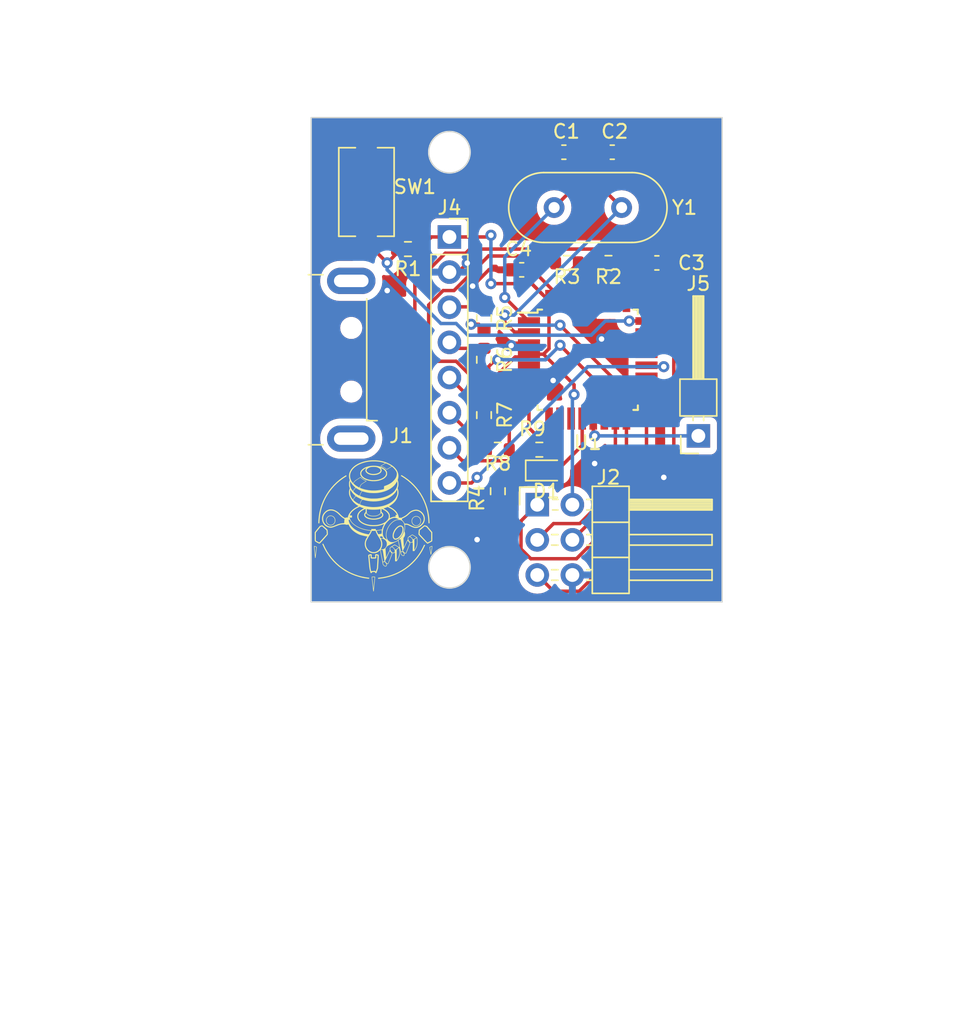
<source format=kicad_pcb>
(kicad_pcb (version 20221018) (generator pcbnew)
  (layers (0 "F.Cu" signal) (31 "B.Cu" signal) (34 "B.Paste" user) (35 "F.Paste" user) (36 "B.SilkS" user "B.Silkscreen") (37 "F.SilkS" user "F.Silkscreen") (38 "B.Mask" user) (39 "F.Mask" user) (44 "Edge.Cuts" user))
  (net 0 "")
  (net 1 "GND")
  (net 2 "Net-(U1-XTAL1)")
  (net 3 "Net-(U1-PC0{slash}XTAL2)")
  (net 16 "Net-(U1-UCAP)")
  (net 17 "Net-(J1-VBUS)")
  (net 18 "Net-(J1-D-)")
  (net 19 "Net-(J1-D+)")
  (net 21 "Net-(J2-MISO)")
  (net 22 "Net-(J2-SCK)")
  (net 23 "Net-(J2-MOSI)")
  (net 24 "RST")
  (net 25 "Net-(U1-D+)")
  (net 26 "Net-(U1-D-)")
  (net 27 "Net-(D1-K)")
  (net 28 "Net-(D1-A)")
  (net 29 "DIN")
  (net 30 "CLK")
  (net 31 "CS")
  (net 32 "DC")
  (net 33 "BL")
  (net 34 "Net-(J5-Pin_1)")
  (net 35 "Net-(U1-PD0)")
  (net 36 "Net-(U1-PD1)")
  (net 37 "Net-(U1-PD2)")
  (net 38 "Reset")
  (footprint "Resistor_SMD:R_0603_1608Metric" (layer "F.Cu") (at 68.5 60.5)
    (fp_text reference "R3" (at 0 1) (layer "F.SilkS"))
    (fp_text value "22")
    (pad "1" smd roundrect (at -0.825 0) (size 0.8 0.95) (layers "F.Cu" "F.Paste" "F.Mask") (net 18 "Net-(J1-D-)"))
    (pad "2" smd roundrect (at 0.825 0) (size 0.8 0.95) (layers "F.Cu" "F.Paste" "F.Mask") (net 26 "Net-(U1-D-)"))
  )
  (footprint "Button_Switch_SMD:SW_Tactile_SPST_NO_Straight_CK_PTS636Sx25SMTRLFS" (layer "F.Cu") (at 54 55.375 90)
    (fp_text reference "SW1" (at 0.375 3.5 unlocked) (layer "F.SilkS"))
    (fp_text value "SW_Push")
    (pad "1" smd rect (at -3.875 0 90) (size 1.25 1) (layers "F.Cu" "F.Paste" "F.Mask") (net 38 "Reset"))
    (pad "2" smd rect (at 3.875 0 90) (size 1.25 1) (layers "F.Cu" "F.Paste" "F.Mask") (net 1 "GND"))
  )
  (footprint "Capacitor_SMD:C_0603_1608Metric" (layer "F.Cu") (at 68.275 52.5)
    (fp_text reference "C1" (at 0.175 -1.5) (layer "F.SilkS"))
    (fp_text value "22pF")
    (pad "1" smd roundrect (at -0.775 0) (size 0.9 0.95) (layers "F.Cu" "F.Paste" "F.Mask") (net 1 "GND"))
    (pad "2" smd roundrect (at 0.775 0) (size 0.9 0.95) (layers "F.Cu" "F.Paste" "F.Mask") (net 2 "Net-(U1-XTAL1)"))
  )
  (footprint "Resistor_SMD:R_0603_1608Metric" (layer "F.Cu") (at 63.5 77 -90)
    (fp_text reference "R4" (at 0.5 1.5 90) (layer "F.SilkS"))
    (fp_text value "150")
    (pad "1" smd roundrect (at -0.825 0 270) (size 0.8 0.95) (layers "F.Cu" "F.Paste" "F.Mask") (net 27 "Net-(D1-K)"))
    (pad "2" smd roundrect (at 0.825 0 270) (size 0.8 0.95) (layers "F.Cu" "F.Paste" "F.Mask") (net 1 "GND"))
  )
  (footprint "Capacitor_SMD:C_0603_1608Metric" (layer "F.Cu") (at 65.225 61 180)
    (fp_text reference "C4" (at 0.225 1.5) (layer "F.SilkS"))
    (fp_text value "1uF")
    (pad "1" smd roundrect (at -0.775 0 180) (size 0.9 0.95) (layers "F.Cu" "F.Paste" "F.Mask") (net 17 "Net-(J1-VBUS)"))
    (pad "2" smd roundrect (at 0.775 0 180) (size 0.9 0.95) (layers "F.Cu" "F.Paste" "F.Mask") (net 1 "GND"))
  )
  (footprint "Connector_USB:USB_A_CNCTech_1001-011-01101_Horizontal" (layer "F.Cu") (at 46 67.5 180)
    (fp_text reference "J1" (at -10.5 -5.5) (layer "F.SilkS"))
    (fp_text value "USB_A")
    (pad "" np_thru_hole circle (at -6.9 -2.3 180) (size 1.1 1.1) (drill 1.1) (layers "*.Cu" "*.Mask"))
    (pad "" np_thru_hole circle (at -6.9 2.3 180) (size 1.1 1.1) (drill 1.1) (layers "*.Cu" "*.Mask"))
    (pad "1" smd rect (at -9.65 -3.5 180) (size 2.5 1.1) (layers "F.Cu" "F.Paste" "F.Mask") (net 17 "Net-(J1-VBUS)"))
    (pad "2" smd rect (at -9.65 -1 180) (size 2.5 1.1) (layers "F.Cu" "F.Paste" "F.Mask") (net 18 "Net-(J1-D-)"))
    (pad "3" smd rect (at -9.65 1 180) (size 2.5 1.1) (layers "F.Cu" "F.Paste" "F.Mask") (net 19 "Net-(J1-D+)"))
    (pad "4" smd rect (at -9.65 3.5 180) (size 2.5 1.1) (layers "F.Cu" "F.Paste" "F.Mask") (net 1 "GND"))
    (pad "5" thru_hole oval (at -6.9 -5.7 180) (size 3.5 1.9) (drill oval 2.5 0.9) (layers "*.Cu" "*.Mask"))
    (pad "5" thru_hole oval (at -6.9 5.7 180) (size 3.5 1.9) (drill oval 2.5 0.9) (layers "*.Cu" "*.Mask"))
  )
  (footprint "Package_QFP:TQFP-32_7x7mm_P0.8mm" (layer "F.Cu") (at 70 67.5)
    (fp_text reference "U1" (at 0 6) (layer "F.SilkS"))
    (fp_text value "ATmega16U2-A")
    (pad "1" smd rect (at -4.25 -2.8) (size 1.6 0.55) (layers "F.Cu" "F.Paste" "F.Mask") (net 2 "Net-(U1-XTAL1)"))
    (pad "2" smd rect (at -4.25 -2) (size 1.6 0.55) (layers "F.Cu" "F.Paste" "F.Mask") (net 3 "Net-(U1-PC0{slash}XTAL2)"))
    (pad "3" smd rect (at -4.25 -1.2) (size 1.6 0.55) (layers "F.Cu" "F.Paste" "F.Mask") (net 1 "GND"))
    (pad "4" smd rect (at -4.25 -0.4) (size 1.6 0.55) (layers "F.Cu" "F.Paste" "F.Mask") (net 17 "Net-(J1-VBUS)"))
    (pad "5" smd rect (at -4.25 0.4) (size 1.6 0.55) (layers "F.Cu" "F.Paste" "F.Mask"))
    (pad "6" smd rect (at -4.25 1.2) (size 1.6 0.55) (layers "F.Cu" "F.Paste" "F.Mask") (net 35 "Net-(U1-PD0)"))
    (pad "7" smd rect (at -4.25 2) (size 1.6 0.55) (layers "F.Cu" "F.Paste" "F.Mask") (net 36 "Net-(U1-PD1)"))
    (pad "8" smd rect (at -4.25 2.8) (size 1.6 0.55) (layers "F.Cu" "F.Paste" "F.Mask") (net 37 "Net-(U1-PD2)"))
    (pad "9" smd rect (at -2.8 4.25 90) (size 1.6 0.55) (layers "F.Cu" "F.Paste" "F.Mask"))
    (pad "10" smd rect (at -2 4.25 90) (size 1.6 0.55) (layers "F.Cu" "F.Paste" "F.Mask"))
    (pad "11" smd rect (at -1.2 4.25 90) (size 1.6 0.55) (layers "F.Cu" "F.Paste" "F.Mask"))
    (pad "12" smd rect (at -0.4 4.25 90) (size 1.6 0.55) (layers "F.Cu" "F.Paste" "F.Mask") (net 28 "Net-(D1-A)"))
    (pad "13" smd rect (at 0.4 4.25 90) (size 1.6 0.55) (layers "F.Cu" "F.Paste" "F.Mask") (net 34 "Net-(J5-Pin_1)"))
    (pad "14" smd rect (at 1.2 4.25 90) (size 1.6 0.55) (layers "F.Cu" "F.Paste" "F.Mask"))
    (pad "15" smd rect (at 2 4.25 90) (size 1.6 0.55) (layers "F.Cu" "F.Paste" "F.Mask") (net 22 "Net-(J2-SCK)"))
    (pad "16" smd rect (at 2.8 4.25 90) (size 1.6 0.55) (layers "F.Cu" "F.Paste" "F.Mask") (net 23 "Net-(J2-MOSI)"))
    (pad "17" smd rect (at 4.25 2.8) (size 1.6 0.55) (layers "F.Cu" "F.Paste" "F.Mask") (net 21 "Net-(J2-MISO)"))
    (pad "18" smd rect (at 4.25 2) (size 1.6 0.55) (layers "F.Cu" "F.Paste" "F.Mask"))
    (pad "19" smd rect (at 4.25 1.2) (size 1.6 0.55) (layers "F.Cu" "F.Paste" "F.Mask"))
    (pad "20" smd rect (at 4.25 0.4) (size 1.6 0.55) (layers "F.Cu" "F.Paste" "F.Mask") (net 33 "BL"))
    (pad "21" smd rect (at 4.25 -0.4) (size 1.6 0.55) (layers "F.Cu" "F.Paste" "F.Mask"))
    (pad "22" smd rect (at 4.25 -1.2) (size 1.6 0.55) (layers "F.Cu" "F.Paste" "F.Mask"))
    (pad "23" smd rect (at 4.25 -2) (size 1.6 0.55) (layers "F.Cu" "F.Paste" "F.Mask"))
    (pad "24" smd rect (at 4.25 -2.8) (size 1.6 0.55) (layers "F.Cu" "F.Paste" "F.Mask") (net 38 "Reset"))
    (pad "25" smd rect (at 2.8 -4.25 90) (size 1.6 0.55) (layers "F.Cu" "F.Paste" "F.Mask"))
    (pad "26" smd rect (at 2 -4.25 90) (size 1.6 0.55) (layers "F.Cu" "F.Paste" "F.Mask"))
    (pad "27" smd rect (at 1.2 -4.25 90) (size 1.6 0.55) (layers "F.Cu" "F.Paste" "F.Mask") (net 16 "Net-(U1-UCAP)"))
    (pad "28" smd rect (at 0.4 -4.25 90) (size 1.6 0.55) (layers "F.Cu" "F.Paste" "F.Mask") (net 1 "GND"))
    (pad "29" smd rect (at -0.4 -4.25 90) (size 1.6 0.55) (layers "F.Cu" "F.Paste" "F.Mask") (net 25 "Net-(U1-D+)"))
    (pad "30" smd rect (at -1.2 -4.25 90) (size 1.6 0.55) (layers "F.Cu" "F.Paste" "F.Mask") (net 26 "Net-(U1-D-)"))
    (pad "31" smd rect (at -2 -4.25 90) (size 1.6 0.55) (layers "F.Cu" "F.Paste" "F.Mask") (net 17 "Net-(J1-VBUS)"))
    (pad "32" smd rect (at -2.8 -4.25 90) (size 1.6 0.55) (layers "F.Cu" "F.Paste" "F.Mask") (net 17 "Net-(J1-VBUS)"))
  )
  (footprint "Capacitor_SMD:C_0603_1608Metric" (layer "F.Cu") (at 71.775 52.5 180)
    (fp_text reference "C2" (at -0.175 1.5) (layer "F.SilkS"))
    (fp_text value "22pF")
    (pad "1" smd roundrect (at -0.775 0 180) (size 0.9 0.95) (layers "F.Cu" "F.Paste" "F.Mask") (net 1 "GND"))
    (pad "2" smd roundrect (at 0.775 0 180) (size 0.9 0.95) (layers "F.Cu" "F.Paste" "F.Mask") (net 3 "Net-(U1-PC0{slash}XTAL2)"))
  )
  (footprint "Resistor_SMD:R_0603_1608Metric" (layer "F.Cu") (at 71.5 60.5 180)
    (fp_text reference "R2" (at 0 -1) (layer "F.SilkS"))
    (fp_text value "22")
    (pad "1" smd roundrect (at -0.825 0 180) (size 0.8 0.95) (layers "F.Cu" "F.Paste" "F.Mask") (net 19 "Net-(J1-D+)"))
    (pad "2" smd roundrect (at 0.825 0 180) (size 0.8 0.95) (layers "F.Cu" "F.Paste" "F.Mask") (net 25 "Net-(U1-D+)"))
  )
  (footprint "LED_SMD:LED_0603_1608Metric" (layer "F.Cu") (at 67 75.5)
    (fp_text reference "D1" (at 0 1.5) (layer "F.SilkS"))
    (fp_text value "LED 2V 20mA")
    (pad "1" smd roundrect locked (at -0.7875 0) (size 0.875 0.95) (layers "F.Cu" "F.Paste" "F.Mask") (net 27 "Net-(D1-K)"))
    (pad "2" smd roundrect locked (at 0.7875 0) (size 0.875 0.95) (layers "F.Cu" "F.Paste" "F.Mask") (net 28 "Net-(D1-A)"))
  )
  (footprint "LOGO" (layer "F.Cu") (at 54.5 79.5)
    (fp_text reference "G***" hide)
    (fp_text value "LOGO" hide)
  )
  (footprint "Crystal:Crystal_HC49-4H_Vertical" (layer "F.Cu") (at 72.45 56.5 180)
    (fp_text reference "Y1" (at -4.55 0) (layer "F.SilkS"))
    (fp_text value "16MHz")
    (pad "1" thru_hole circle (at 0 0 180) (size 1.5 1.5) (drill 0.8) (layers "*.Cu" "*.Mask") (net 3 "Net-(U1-PC0{slash}XTAL2)"))
    (pad "2" thru_hole circle (at 4.88 0 180) (size 1.5 1.5) (drill 0.8) (layers "*.Cu" "*.Mask") (net 2 "Net-(U1-XTAL1)"))
  )
  (footprint "Resistor_SMD:R_0603_1608Metric" (layer "F.Cu") (at 62.5 67.5 90)
    (fp_text reference "R6" (at 0 1.5 90) (layer "F.SilkS"))
    (fp_text value "1k")
    (pad "1" smd roundrect (at -0.825 0 90) (size 0.8 0.95) (layers "F.Cu" "F.Paste" "F.Mask") (net 22 "Net-(J2-SCK)"))
    (pad "2" smd roundrect (at 0.825 0 90) (size 0.8 0.95) (layers "F.Cu" "F.Paste" "F.Mask") (net 30 "CLK"))
  )
  (footprint "Resistor_SMD:R_0603_1608Metric" (layer "F.Cu") (at 62.5 64.5 90)
    (fp_text reference "R5" (at 0 1.5 90) (layer "F.SilkS"))
    (fp_text value "1k")
    (pad "1" smd roundrect (at -0.825 0 90) (size 0.8 0.95) (layers "F.Cu" "F.Paste" "F.Mask") (net 23 "Net-(J2-MOSI)"))
    (pad "2" smd roundrect (at 0.825 0 90) (size 0.8 0.95) (layers "F.Cu" "F.Paste" "F.Mask") (net 29 "DIN"))
  )
  (footprint "Resistor_SMD:R_0603_1608Metric" (layer "F.Cu") (at 66.5 74 180)
    (fp_text reference "R9" (at 0.5 1.5) (layer "F.SilkS"))
    (fp_text value "1k")
    (pad "1" smd roundrect (at -0.825 0 180) (size 0.8 0.95) (layers "F.Cu" "F.Paste" "F.Mask") (net 37 "Net-(U1-PD2)"))
    (pad "2" smd roundrect (at 0.825 0 180) (size 0.8 0.95) (layers "F.Cu" "F.Paste" "F.Mask") (net 24 "RST"))
  )
  (footprint "Capacitor_SMD:C_0603_1608Metric" (layer "F.Cu") (at 75 60.5)
    (fp_text reference "C3" (at 2.5 0) (layer "F.SilkS"))
    (fp_text value "1uF")
    (pad "1" smd roundrect (at -0.775 0) (size 0.9 0.95) (layers "F.Cu" "F.Paste" "F.Mask") (net 16 "Net-(U1-UCAP)"))
    (pad "2" smd roundrect (at 0.775 0) (size 0.9 0.95) (layers "F.Cu" "F.Paste" "F.Mask") (net 1 "GND"))
  )
  (footprint "Resistor_SMD:R_0603_1608Metric" (layer "F.Cu") (at 62.5 71.5 90)
    (fp_text reference "R7" (at 0 1.5 90) (layer "F.SilkS"))
    (fp_text value "1k")
    (pad "1" smd roundrect (at -0.825 0 90) (size 0.8 0.95) (layers "F.Cu" "F.Paste" "F.Mask") (net 35 "Net-(U1-PD0)"))
    (pad "2" smd roundrect (at 0.825 0 90) (size 0.8 0.95) (layers "F.Cu" "F.Paste" "F.Mask") (net 31 "CS"))
  )
  (footprint "Connector_PinHeader_2.54mm:PinHeader_1x01_P2.54mm_Horizontal" (layer "F.Cu") (at 78 73 90)
    (fp_text reference "J5" (at 11 0) (layer "F.SilkS"))
    (fp_text value "Conn_01x01_Pin")
    (pad "1" thru_hole rect (at 0 0 90) (size 1.7 1.7) (drill 1) (layers "*.Cu" "*.Mask") (net 34 "Net-(J5-Pin_1)"))
  )
  (footprint "Connector_PinHeader_2.54mm:PinHeader_2x03_P2.54mm_Horizontal" (layer "F.Cu") (at 66.35 77.975)
    (fp_text reference "J2" (at 5.15 -1.975) (layer "F.SilkS"))
    (fp_text value "AVR-ISP-6")
    (pad "1" thru_hole rect (at 0 0) (size 1.7 1.7) (drill 1) (layers "*.Cu" "*.Mask") (net 21 "Net-(J2-MISO)"))
    (pad "2" thru_hole oval (at 2.54 0) (size 1.7 1.7) (drill 1) (layers "*.Cu" "*.Mask") (net 17 "Net-(J1-VBUS)"))
    (pad "3" thru_hole oval (at 0 2.54) (size 1.7 1.7) (drill 1) (layers "*.Cu" "*.Mask") (net 22 "Net-(J2-SCK)"))
    (pad "4" thru_hole oval (at 2.54 2.54) (size 1.7 1.7) (drill 1) (layers "*.Cu" "*.Mask") (net 23 "Net-(J2-MOSI)"))
    (pad "5" thru_hole oval (at 0 5.08) (size 1.7 1.7) (drill 1) (layers "*.Cu" "*.Mask") (net 38 "Reset"))
    (pad "6" thru_hole oval (at 2.54 5.08) (size 1.7 1.7) (drill 1) (layers "*.Cu" "*.Mask") (net 1 "GND"))
  )
  (footprint "Connector_PinSocket_2.54mm:PinSocket_1x08_P2.54mm_Vertical" (layer "F.Cu") (at 60 58.625)
    (fp_text reference "J4" (at 0 -2.125) (layer "F.SilkS"))
    (fp_text value "Conn_01x08_Socket")
    (pad "1" thru_hole rect (at 0 0) (size 1.7 1.7) (drill 1) (layers "*.Cu" "*.Mask") (net 17 "Net-(J1-VBUS)"))
    (pad "2" thru_hole oval (at 0 2.54) (size 1.7 1.7) (drill 1) (layers "*.Cu" "*.Mask") (net 1 "GND"))
    (pad "3" thru_hole oval (at 0 5.08) (size 1.7 1.7) (drill 1) (layers "*.Cu" "*.Mask") (net 29 "DIN"))
    (pad "4" thru_hole oval (at 0 7.62) (size 1.7 1.7) (drill 1) (layers "*.Cu" "*.Mask") (net 30 "CLK"))
    (pad "5" thru_hole oval (at 0 10.16) (size 1.7 1.7) (drill 1) (layers "*.Cu" "*.Mask") (net 31 "CS"))
    (pad "6" thru_hole oval (at 0 12.7) (size 1.7 1.7) (drill 1) (layers "*.Cu" "*.Mask") (net 32 "DC"))
    (pad "7" thru_hole oval (at 0 15.24) (size 1.7 1.7) (drill 1) (layers "*.Cu" "*.Mask") (net 24 "RST"))
    (pad "8" thru_hole oval (at 0 17.78) (size 1.7 1.7) (drill 1) (layers "*.Cu" "*.Mask") (net 33 "BL"))
  )
  (footprint "Resistor_SMD:R_0603_1608Metric" (layer "F.Cu") (at 57 59.5 180)
    (fp_text reference "R1" (at 0 -1.43 180) (layer "F.SilkS"))
    (fp_text value "10k")
    (pad "1" smd roundrect (at -0.825 0 180) (size 0.8 0.95) (layers "F.Cu" "F.Paste" "F.Mask") (net 17 "Net-(J1-VBUS)"))
    (pad "2" smd roundrect (at 0.825 0 180) (size 0.8 0.95) (layers "F.Cu" "F.Paste" "F.Mask") (net 38 "Reset"))
  )
  (footprint "Resistor_SMD:R_0603_1608Metric" (layer "F.Cu") (at 63.5 74 180)
    (fp_text reference "R8" (at 0 -1) (layer "F.SilkS"))
    (fp_text value "1k")
    (pad "1" smd roundrect (at -0.825 0 180) (size 0.8 0.95) (layers "F.Cu" "F.Paste" "F.Mask") (net 36 "Net-(U1-PD1)"))
    (pad "2" smd roundrect (at 0.825 0 180) (size 0.8 0.95) (layers "F.Cu" "F.Paste" "F.Mask") (net 32 "DC"))
  )
  (gr_circle (center 60 82.5) (end 61.5 82.5) (stroke (width 0.1)) (fill none) (layer "Edge.Cuts"))
  (gr_circle (center 60 52.5) (end 61.5 52.5) (stroke (width 0.1)) (fill none) (layer "Edge.Cuts"))
  (gr_rect (start 50 50) (end 79.72 85) (stroke (width 0.1)) (fill none) (layer "Edge.Cuts"))
  (segment (start 60.637711 61.165) (end 60 61.165) (width 0.25) (layer "F.Cu") (net 1))
  (segment (start 64.637297 66.3) (end 64.463592 66.473705) (width 0.25) (layer "F.Cu") (net 1))
  (segment (start 62.852006 61) (end 61.676003 62.176003) (width 0.25) (layer "F.Cu") (net 1))
  (segment (start 70.4 63.25) (end 70.4 65.4) (width 0.25) (layer "F.Cu") (net 1))
  (segment (start 65.75 66.3) (end 64.637297 66.3) (width 0.25) (layer "F.Cu") (net 1))
  (segment (start 70.4 65.4) (end 71 66) (width 0.25) (layer "F.Cu") (net 1))
  (segment (start 70.4 63) (end 70.525 63.125) (width 0.25) (layer "F.Cu") (net 1))
  (segment (start 64.45 61) (end 62.852006 61) (width 0.25) (layer "F.Cu") (net 1))
  (segment (start 61.286305 60.516406) (end 60.637711 61.165) (width 0.25) (layer "F.Cu") (net 1))
  (via (at 61.286305 60.516406) (size 0.8) (drill 0.4) (layers "F.Cu" "B.Cu") (net 1))
  (via (at 71 66) (size 0.8) (drill 0.4) (layers "F.Cu" "B.Cu") (net 1))
  (via (at 62 80.5) (size 0.8) (drill 0.4) (layers "F.Cu" "B.Cu") (net 1))
  (via (at 70.5 75) (size 0.8) (drill 0.4) (layers "F.Cu" "B.Cu") (net 1))
  (via (at 67.5 69) (size 0.8) (drill 0.4) (layers "F.Cu" "B.Cu") (net 1))
  (via (at 75.5 76) (size 0.8) (drill 0.4) (layers "F.Cu" "B.Cu") (net 1))
  (via (at 64.463592 66.473705) (size 0.8) (drill 0.4) (layers "F.Cu" "B.Cu") (net 1))
  (via (at 61.676003 62.176003) (size 0.8) (drill 0.4) (layers "F.Cu" "B.Cu") (net 1))
  (via (at 55.5 62.5) (size 0.8) (drill 0.4) (layers "F.Cu" "B.Cu") (net 1))
  (segment (start 65.75 64.7) (end 65.7 64.7) (width 0.25) (layer "F.Cu") (net 2))
  (segment (start 69.05 55.02) (end 67.57 56.5) (width 0.25) (layer "F.Cu") (net 2))
  (segment (start 65.7 64.7) (end 64 63) (width 0.25) (layer "F.Cu") (net 2))
  (segment (start 69.05 52.5) (end 69.05 55.02) (width 0.25) (layer "F.Cu") (net 2))
  (via (at 64 63) (size 0.8) (drill 0.4) (layers "F.Cu" "B.Cu") (net 2))
  (segment (start 64 60.07) (end 67.57 56.5) (width 0.25) (layer "B.Cu") (net 2))
  (segment (start 64 63) (end 64 60.07) (width 0.25) (layer "B.Cu") (net 2))
  (segment (start 71 52.5) (end 71 55.05) (width 0.25) (layer "F.Cu") (net 3))
  (segment (start 64.7 65.5) (end 64 64.8) (width 0.25) (layer "F.Cu") (net 3))
  (segment (start 64 64.8) (end 64 64.275) (width 0.25) (layer "F.Cu") (net 3))
  (segment (start 65.75 65.5) (end 64.7 65.5) (width 0.25) (layer "F.Cu") (net 3))
  (segment (start 71 55.05) (end 72.45 56.5) (width 0.25) (layer "F.Cu") (net 3))
  (via (at 64 64.275) (size 0.8) (drill 0.4) (layers "F.Cu" "B.Cu") (net 3))
  (segment (start 64.675 64.275) (end 72.45 56.5) (width 0.25) (layer "B.Cu") (net 3))
  (segment (start 64 64.275) (end 64.675 64.275) (width 0.25) (layer "B.Cu") (net 3))
  (segment (start 71.2 63.25) (end 71.2 62.2) (width 0.25) (layer "F.Cu") (net 16))
  (segment (start 71.2 62.2) (end 72.1 61.3) (width 0.25) (layer "F.Cu") (net 16))
  (segment (start 73.425 61.3) (end 74.225 60.5) (width 0.25) (layer "F.Cu") (net 16))
  (segment (start 72.1 61.3) (end 73.425 61.3) (width 0.25) (layer "F.Cu") (net 16))
  (segment (start 60 58.625) (end 58.7 58.625) (width 0.25) (layer "F.Cu") (net 17))
  (segment (start 65.7 67.3) (end 64.748004 67.3) (width 0.25) (layer "F.Cu") (net 17))
  (segment (start 66 61) (end 68 63) (width 0.25) (layer "F.Cu") (net 17))
  (segment (start 65.95 62) (end 66.725 62.775) (width 0.25) (layer "F.Cu") (net 17))
  (segment (start 65.75 67.1) (end 65.75 67.25) (width 0.25) (layer "F.Cu") (net 17))
  (segment (start 60 58.625) (end 62.875 58.625) (width 0.25) (layer "F.Cu") (net 17))
  (segment (start 67.2 66.7) (end 66.8 67.1) (width 0.25) (layer "F.Cu") (net 17))
  (segment (start 66 62.05) (end 66.725 62.775) (width 0.25) (layer "F.Cu") (net 17))
  (segment (start 66.725 62.775) (end 67.2 63.25) (width 0.25) (layer "F.Cu") (net 17))
  (segment (start 62.723702 69.324302) (end 62.201003 69.324302) (width 0.25) (layer "F.Cu") (net 17))
  (segment (start 63 62) (end 65.95 62) (width 0.25) (layer "F.Cu") (net 17))
  (segment (start 66.8 67.1) (end 65.75 67.1) (width 0.25) (layer "F.Cu") (net 17))
  (segment (start 67.2 63.25) (end 67.2 66.7) (width 0.25) (layer "F.Cu") (net 17))
  (segment (start 58.7 58.625) (end 57.825 59.5) (width 0.25) (layer "F.Cu") (net 17))
  (segment (start 62.201003 69.324302) (end 60.486701 67.61) (width 0.25) (layer "F.Cu") (net 17))
  (segment (start 62.875 58.625) (end 63 58.5) (width 0.25) (layer "F.Cu") (net 17))
  (segment (start 67.2 63.25) (end 68 63.25) (width 0.25) (layer "F.Cu") (net 17))
  (segment (start 66.8 67.1) (end 69.012653 69.312653) (width 0.25) (layer "F.Cu") (net 17))
  (segment (start 68 63) (end 68 63.25) (width 0.25) (layer "F.Cu") (net 17))
  (segment (start 59.04 67.61) (end 55.65 71) (width 0.25) (layer "F.Cu") (net 17))
  (segment (start 66 61) (end 66 62.05) (width 0.25) (layer "F.Cu") (net 17))
  (segment (start 64.748004 67.3) (end 62.723702 69.324302) (width 0.25) (layer "F.Cu") (net 17))
  (segment (start 69.012653 69.312653) (end 69.012653 70.012653) (width 0.25) (layer "F.Cu") (net 17))
  (segment (start 65.75 67.25) (end 65.7 67.3) (width 0.25) (layer "F.Cu") (net 17))
  (segment (start 60.486701 67.61) (end 59.04 67.61) (width 0.25) (layer "F.Cu") (net 17))
  (via (at 69.012653 70.012653) (size 0.8) (drill 0.4) (layers "F.Cu" "B.Cu") (net 17))
  (via (at 63 58.5) (size 0.8) (drill 0.4) (layers "F.Cu" "B.Cu") (net 17))
  (via (at 63 62) (size 0.8) (drill 0.4) (layers "F.Cu" "B.Cu") (net 17))
  (segment (start 63 58.5) (end 63 62) (width 0.25) (layer "B.Cu") (net 17))
  (segment (start 69.012653 70.012653) (end 68.89 70.135306) (width 0.25) (layer "B.Cu") (net 17))
  (segment (start 68.89 70.135306) (end 68.89 77.975) (width 0.25) (layer "B.Cu") (net 17))
  (segment (start 58.5 67.5) (end 57.5 68.5) (width 0.25) (layer "F.Cu") (net 18))
  (segment (start 57.5 68.5) (end 55.65 68.5) (width 0.25) (layer "F.Cu") (net 18))
  (segment (start 67.175 60) (end 62.846701 60) (width 0.25) (layer "F.Cu") (net 18))
  (segment (start 62.836701 59.99) (end 60.326701 62.5) (width 0.25) (layer "F.Cu") (net 18))
  (segment (start 67.675 60.5) (end 67.175 60) (width 0.25) (layer "F.Cu") (net 18))
  (segment (start 59.543299 62.5) (end 58.5 63.543299) (width 0.25) (layer "F.Cu") (net 18))
  (segment (start 58.5 63.543299) (end 58.5 67.5) (width 0.25) (layer "F.Cu") (net 18))
  (segment (start 62.846701 60) (end 62.836701 59.99) (width 0.25) (layer "F.Cu") (net 18))
  (segment (start 60.326701 62.5) (end 59.543299 62.5) (width 0.25) (layer "F.Cu") (net 18))
  (segment (start 71.325 59.5) (end 61.475 59.5) (width 0.25) (layer "F.Cu") (net 19))
  (segment (start 61.175 59.8) (end 59.7 59.8) (width 0.25) (layer "F.Cu") (net 19))
  (segment (start 61.475 59.5) (end 61.175 59.8) (width 0.25) (layer "F.Cu") (net 19))
  (segment (start 59.7 59.8) (end 57.5 62) (width 0.25) (layer "F.Cu") (net 19))
  (segment (start 57.5 62) (end 57.5 64.65) (width 0.25) (layer "F.Cu") (net 19))
  (segment (start 57.5 64.65) (end 55.65 66.5) (width 0.25) (layer "F.Cu") (net 19))
  (segment (start 72.325 60.5) (end 71.325 59.5) (width 0.25) (layer "F.Cu") (net 19))
  (segment (start 66.35 77.975) (end 65.175 79.15) (width 0.25) (layer "F.Cu") (net 21))
  (segment (start 65.88 81.88) (end 69.186701 81.88) (width 0.25) (layer "F.Cu") (net 21))
  (segment (start 74.25 76.816701) (end 74.25 70.3) (width 0.25) (layer "F.Cu") (net 21))
  (segment (start 69.186701 81.88) (end 74.25 76.816701) (width 0.25) (layer "F.Cu") (net 21))
  (segment (start 65.175 81.175) (end 65.88 81.88) (width 0.25) (layer "F.Cu") (net 21))
  (segment (start 65.175 79.15) (end 65.175 81.175) (width 0.25) (layer "F.Cu") (net 21))
  (segment (start 72 70.45) (end 68 66.45) (width 0.25) (layer "F.Cu") (net 22))
  (segment (start 63.325 67.5) (end 62.5 68.325) (width 0.25) (layer "F.Cu") (net 22))
  (segment (start 72 76.768604) (end 72 71.75) (width 0.25) (layer "F.Cu") (net 22))
  (segment (start 72 71.75) (end 72 70.45) (width 0.25) (layer "F.Cu") (net 22))
  (segment (start 66.35 80.515) (end 67.525 79.34) (width 0.25) (layer "F.Cu") (net 22))
  (segment (start 63.5 67.5) (end 63.325 67.5) (width 0.25) (layer "F.Cu") (net 22))
  (segment (start 69.428604 79.34) (end 72 76.768604) (width 0.25) (layer "F.Cu") (net 22))
  (segment (start 67.525 79.34) (end 69.428604 79.34) (width 0.25) (layer "F.Cu") (net 22))
  (via (at 63.5 67.5) (size 0.8) (drill 0.4) (layers "F.Cu" "B.Cu") (net 22))
  (via (at 68 66.45) (size 0.8) (drill 0.4) (layers "F.Cu" "B.Cu") (net 22))
  (segment (start 66.95 67.5) (end 63.5 67.5) (width 0.25) (layer "B.Cu") (net 22))
  (segment (start 68 66.45) (end 66.95 67.5) (width 0.25) (layer "B.Cu") (net 22))
  (segment (start 62.108997 64.933997) (end 62.5 65.325) (width 0.25) (layer "F.Cu") (net 23))
  (segment (start 72.8 69.8) (end 68 65) (width 0.25) (layer "F.Cu") (net 23))
  (segment (start 72.8 71.75) (end 72.8 69.8) (width 0.25) (layer "F.Cu") (net 23))
  (segment (start 61.566004 64.933997) (end 62.108997 64.933997) (width 0.25) (layer "F.Cu") (net 23))
  (segment (start 72.8 76.605) (end 72.8 71.75) (width 0.25) (layer "F.Cu") (net 23))
  (segment (start 68.89 80.515) (end 72.8 76.605) (width 0.25) (layer "F.Cu") (net 23))
  (via (at 68 65) (size 0.8) (drill 0.4) (layers "F.Cu" "B.Cu") (net 23))
  (via (at 61.566004 64.933997) (size 0.8) (drill 0.4) (layers "F.Cu" "B.Cu") (net 23))
  (segment (start 61.632007 65) (end 61.566004 64.933997) (width 0.25) (layer "B.Cu") (net 23))
  (segment (start 68 65) (end 61.632007 65) (width 0.25) (layer "B.Cu") (net 23))
  (segment (start 60.935 74.8) (end 60 73.865) (width 0.25) (layer "F.Cu") (net 24))
  (segment (start 64.875 74.8) (end 60.935 74.8) (width 0.25) (layer "F.Cu") (net 24))
  (segment (start 65.675 74) (end 64.875 74.8) (width 0.25) (layer "F.Cu") (net 24))
  (segment (start 69.6 61.575) (end 70.675 60.5) (width 0.25) (layer "F.Cu") (net 25))
  (segment (start 69.6 63.25) (end 69.6 61.575) (width 0.25) (layer "F.Cu") (net 25))
  (segment (start 68.8 63.25) (end 68.8 61.025) (width 0.25) (layer "F.Cu") (net 26))
  (segment (start 68.8 61.025) (end 69.325 60.5) (width 0.25) (layer "F.Cu") (net 26))
  (segment (start 66.2125 75.5) (end 64.175 75.5) (width 0.25) (layer "F.Cu") (net 27))
  (segment (start 64.175 75.5) (end 63.5 76.175) (width 0.25) (layer "F.Cu") (net 27))
  (segment (start 69.6 71.75) (end 69.6 73.6875) (width 0.25) (layer "F.Cu") (net 28))
  (segment (start 69.6 73.6875) (end 67.7875 75.5) (width 0.25) (layer "F.Cu") (net 28))
  (segment (start 62.5 63.675) (end 60.03 63.675) (width 0.25) (layer "F.Cu") (net 29))
  (segment (start 60.03 63.675) (end 60 63.705) (width 0.25) (layer "F.Cu") (net 29))
  (segment (start 60.295 64) (end 60 63.705) (width 0.25) (layer "F.Cu") (net 29))
  (segment (start 62.5 66.675) (end 60.43 66.675) (width 0.25) (layer "F.Cu") (net 30))
  (segment (start 60.245 66) (end 60 66.245) (width 0.25) (layer "F.Cu") (net 30))
  (segment (start 60.43 66.675) (end 60 66.245) (width 0.25) (layer "F.Cu") (net 30))
  (segment (start 61.89 70.675) (end 60 68.785) (width 0.25) (layer "F.Cu") (net 31))
  (segment (start 62.5 70.675) (end 61.89 70.675) (width 0.25) (layer "F.Cu") (net 31))
  (segment (start 60.285 68.5) (end 60 68.785) (width 0.25) (layer "F.Cu") (net 31))
  (segment (start 62.675 74) (end 60 71.325) (width 0.25) (layer "F.Cu") (net 32))
  (segment (start 60 76.405) (end 61.595 76.405) (width 0.25) (layer "F.Cu") (net 33))
  (segment (start 61.595 76.405) (end 62 76) (width 0.25) (layer "F.Cu") (net 33))
  (segment (start 74.35 68) (end 74.25 67.9) (width 0.25) (layer "F.Cu") (net 33))
  (segment (start 75.5 68) (end 74.35 68) (width 0.25) (layer "F.Cu") (net 33))
  (via (at 75.5 68) (size 0.8) (drill 0.4) (layers "F.Cu" "B.Cu") (net 33))
  (via (at 62 76) (size 0.8) (drill 0.4) (layers "F.Cu" "B.Cu") (net 33))
  (segment (start 62 76) (end 70 68) (width 0.25) (layer "B.Cu") (net 33))
  (segment (start 70 68) (end 75.5 68) (width 0.25) (layer "B.Cu") (net 33))
  (segment (start 70.4 71.75) (end 70.4 72.9) (width 0.25) (layer "F.Cu") (net 34))
  (segment (start 70.4 72.9) (end 70.5 73) (width 0.25) (layer "F.Cu") (net 34))
  (via (at 70.5 73) (size 0.8) (drill 0.4) (layers "F.Cu" "B.Cu") (net 34))
  (segment (start 70.5 73) (end 78 73) (width 0.25) (layer "B.Cu") (net 34))
  (segment (start 64.863604 68.7) (end 63.3 70.263604) (width 0.25) (layer "F.Cu") (net 35))
  (segment (start 65.75 68.7) (end 64.863604 68.7) (width 0.25) (layer "F.Cu") (net 35))
  (segment (start 63.3 71.525) (end 62.5 72.325) (width 0.25) (layer "F.Cu") (net 35))
  (segment (start 63.3 70.263604) (end 63.3 71.525) (width 0.25) (layer "F.Cu") (net 35))
  (segment (start 65.75 69.5) (end 64.7 69.5) (width 0.25) (layer "F.Cu") (net 36))
  (segment (start 64.325 69.875) (end 64.325 74) (width 0.25) (layer "F.Cu") (net 36))
  (segment (start 64.7 69.5) (end 64.325 69.875) (width 0.25) (layer "F.Cu") (net 36))
  (segment (start 65.75 70.3) (end 65.75 72.425) (width 0.25) (layer "F.Cu") (net 37))
  (segment (start 65.75 72.425) (end 67.325 74) (width 0.25) (layer "F.Cu") (net 37))
  (segment (start 54.25 59.25) (end 55.5 60.5) (width 0.25) (layer "F.Cu") (net 38))
  (segment (start 75.175 64.7) (end 74.25 64.7) (width 0.25) (layer "F.Cu") (net 38))
  (segment (start 73 64.7) (end 74.25 64.7) (width 0.25) (layer "F.Cu") (net 38))
  (segment (start 67.525 84.23) (end 69.376701 84.23) (width 0.25) (layer "F.Cu") (net 38))
  (segment (start 76.225 65.75) (end 75.175 64.7) (width 0.25) (layer "F.Cu") (net 38))
  (segment (start 76.225 77.381701) (end 76.225 65.75) (width 0.25) (layer "F.Cu") (net 38))
  (segment (start 66.35 83.055) (end 67.525 84.23) (width 0.25) (layer "F.Cu") (net 38))
  (segment (start 54 59.25) (end 54.25 59.25) (width 0.25) (layer "F.Cu") (net 38))
  (segment (start 56.175 59.825) (end 55.5 60.5) (width 0.25) (layer "F.Cu") (net 38))
  (segment (start 69.376701 84.23) (end 76.225 77.381701) (width 0.25) (layer "F.Cu") (net 38))
  (segment (start 56.175 59.5) (end 56.175 59.825) (width 0.25) (layer "F.Cu") (net 38))
  (via (at 55.5 60.5) (size 0.8) (drill 0.4) (layers "F.Cu" "B.Cu") (net 38))
  (via (at 73 64.7) (size 0.8) (drill 0.4) (layers "F.Cu" "B.Cu") (net 38))
  (segment (start 60.486701 64.88) (end 59.38 64.88) (width 0.25) (layer "B.Cu") (net 38))
  (segment (start 61.331701 65.725) (end 60.486701 64.88) (width 0.25) (layer "B.Cu") (net 38))
  (segment (start 71.274695 64.7) (end 70.249695 65.725) (width 0.25) (layer "B.Cu") (net 38))
  (segment (start 55.5 61) (end 55.5 60.5) (width 0.25) (layer "B.Cu") (net 38))
  (segment (start 59.38 64.88) (end 55.5 61) (width 0.25) (layer "B.Cu") (net 38))
  (segment (start 70.249695 65.725) (end 61.331701 65.725) (width 0.25) (layer "B.Cu") (net 38))
  (segment (start 73 64.7) (end 71.274695 64.7) (width 0.25) (layer "B.Cu") (net 38))
  (zone (net 1) (net_name "GND") (layer "F.Cu") (priority 1) (connect_pads (clearance 0.5)) (min_thickness 0.25) (fill yes (thermal_gap 0.5) (thermal_bridge_width 0.5))
    (polygon (pts (xy 33.5 41.5) (xy 96.5 44.5) (xy 94.5 115.5) (xy 27.5 110)))
  )
  (zone (net 1) (net_name "GND") (layer "B.Cu") (connect_pads (clearance 0.5)) (min_thickness 0.25) (fill yes (thermal_gap 0.5) (thermal_bridge_width 0.5))
    (polygon (pts (xy 38 45) (xy 88.5 45.5) (xy 91.5 104) (xy 33.5 99.5)))
  )
)
</source>
